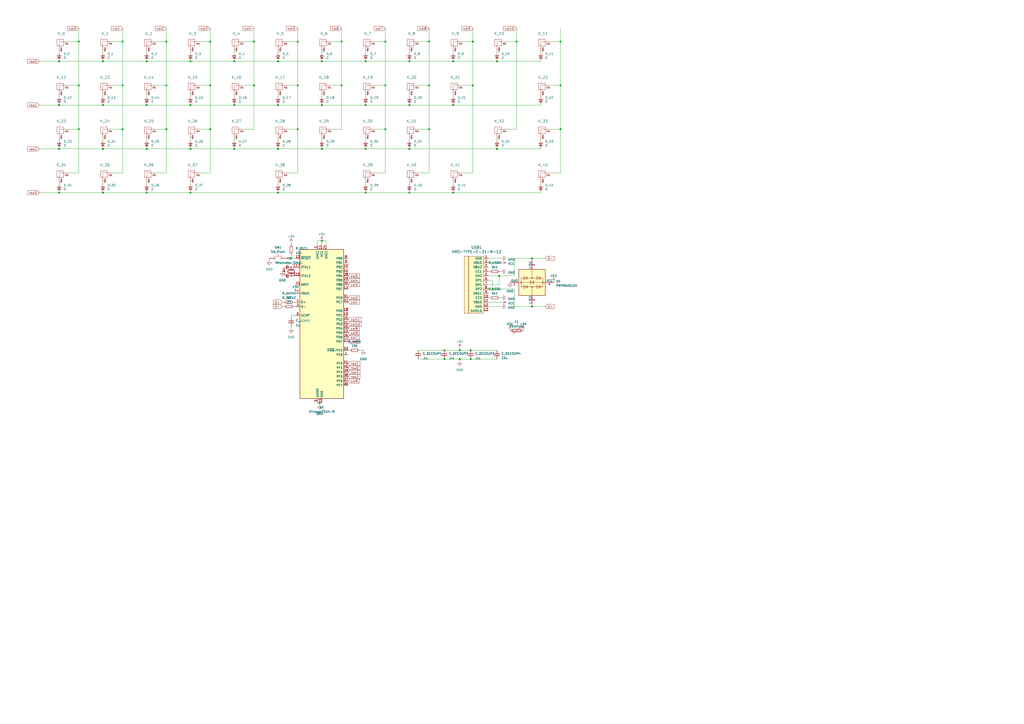
<source format=kicad_sch>
(kicad_sch (version 20210406) (generator eeschema)
  (paper "A2")
  (junction (at 34.29 35.56) (diameter 0.9144))
  (junction (at 34.29 60.96) (diameter 0.9144))
  (junction (at 34.29 86.36) (diameter 0.9144))
  (junction (at 34.29 111.76) (diameter 0.9144))
  (junction (at 45.72 24.13) (diameter 0.9144))
  (junction (at 45.72 49.53) (diameter 0.9144))
  (junction (at 45.72 74.93) (diameter 0.9144))
  (junction (at 59.69 35.56) (diameter 0.9144))
  (junction (at 59.69 60.96) (diameter 0.9144))
  (junction (at 59.69 86.36) (diameter 0.9144))
  (junction (at 59.69 111.76) (diameter 0.9144))
  (junction (at 71.12 24.13) (diameter 0.9144))
  (junction (at 71.12 49.53) (diameter 0.9144))
  (junction (at 71.12 74.93) (diameter 0.9144))
  (junction (at 85.09 35.56) (diameter 0.9144))
  (junction (at 85.09 60.96) (diameter 0.9144))
  (junction (at 85.09 86.36) (diameter 0.9144))
  (junction (at 85.09 111.76) (diameter 0.9144))
  (junction (at 96.52 24.13) (diameter 0.9144))
  (junction (at 96.52 49.53) (diameter 0.9144))
  (junction (at 96.52 74.93) (diameter 0.9144))
  (junction (at 110.49 35.56) (diameter 0.9144))
  (junction (at 110.49 60.96) (diameter 0.9144))
  (junction (at 110.49 86.36) (diameter 0.9144))
  (junction (at 110.49 111.76) (diameter 0.9144))
  (junction (at 121.92 24.13) (diameter 0.9144))
  (junction (at 121.92 49.53) (diameter 0.9144))
  (junction (at 121.92 74.93) (diameter 0.9144))
  (junction (at 135.89 35.56) (diameter 0.9144))
  (junction (at 135.89 60.96) (diameter 0.9144))
  (junction (at 135.89 86.36) (diameter 0.9144))
  (junction (at 147.32 24.13) (diameter 0.9144))
  (junction (at 147.32 49.53) (diameter 0.9144))
  (junction (at 161.29 35.56) (diameter 0.9144))
  (junction (at 161.29 60.96) (diameter 0.9144))
  (junction (at 161.29 86.36) (diameter 0.9144))
  (junction (at 161.29 111.76) (diameter 0.9144))
  (junction (at 168.91 149.86) (diameter 0.9144))
  (junction (at 172.72 24.13) (diameter 0.9144))
  (junction (at 172.72 49.53) (diameter 0.9144))
  (junction (at 172.72 74.93) (diameter 0.9144))
  (junction (at 185.42 233.68) (diameter 0.9144))
  (junction (at 186.69 35.56) (diameter 0.9144))
  (junction (at 186.69 60.96) (diameter 0.9144))
  (junction (at 186.69 86.36) (diameter 0.9144))
  (junction (at 186.69 139.7) (diameter 0.9144))
  (junction (at 198.12 24.13) (diameter 0.9144))
  (junction (at 198.12 49.53) (diameter 0.9144))
  (junction (at 212.09 35.56) (diameter 0.9144))
  (junction (at 212.09 60.96) (diameter 0.9144))
  (junction (at 212.09 86.36) (diameter 0.9144))
  (junction (at 212.09 111.76) (diameter 0.9144))
  (junction (at 223.52 24.13) (diameter 0.9144))
  (junction (at 223.52 49.53) (diameter 0.9144))
  (junction (at 223.52 74.93) (diameter 0.9144))
  (junction (at 237.49 35.56) (diameter 0.9144))
  (junction (at 237.49 60.96) (diameter 0.9144))
  (junction (at 237.49 86.36) (diameter 0.9144))
  (junction (at 237.49 111.76) (diameter 0.9144))
  (junction (at 248.92 24.13) (diameter 0.9144))
  (junction (at 248.92 49.53) (diameter 0.9144))
  (junction (at 248.92 74.93) (diameter 0.9144))
  (junction (at 257.81 203.2) (diameter 0.9144))
  (junction (at 257.81 208.28) (diameter 0.9144))
  (junction (at 262.89 35.56) (diameter 0.9144))
  (junction (at 262.89 60.96) (diameter 0.9144))
  (junction (at 262.89 111.76) (diameter 0.9144))
  (junction (at 266.7 203.2) (diameter 0.9144))
  (junction (at 266.7 208.28) (diameter 0.9144))
  (junction (at 273.05 203.2) (diameter 0.9144))
  (junction (at 273.05 208.28) (diameter 0.9144))
  (junction (at 274.32 24.13) (diameter 0.9144))
  (junction (at 274.32 49.53) (diameter 0.9144))
  (junction (at 285.75 167.64) (diameter 0.9144))
  (junction (at 288.29 35.56) (diameter 0.9144))
  (junction (at 288.29 86.36) (diameter 0.9144))
  (junction (at 289.56 160.02) (diameter 0.9144))
  (junction (at 299.72 24.13) (diameter 0.9144))
  (junction (at 308.61 149.86) (diameter 0.9144))
  (junction (at 308.61 177.8) (diameter 0.9144))
  (junction (at 325.12 24.13) (diameter 0.9144))
  (junction (at 325.12 49.53) (diameter 0.9144))
  (junction (at 325.12 74.93) (diameter 0.9144))
  (wire (pts (xy 22.86 35.56) (xy 34.29 35.56)))
  (wire (pts (xy 22.86 60.96) (xy 34.29 60.96)))
  (wire (pts (xy 22.86 86.36) (xy 34.29 86.36)))
  (wire (pts (xy 22.86 111.76) (xy 34.29 111.76)))
  (wire (pts (xy 34.29 29.21) (xy 34.29 30.48)))
  (wire (pts (xy 34.29 35.56) (xy 59.69 35.56)))
  (wire (pts (xy 34.29 54.61) (xy 34.29 55.88)))
  (wire (pts (xy 34.29 60.96) (xy 59.69 60.96)))
  (wire (pts (xy 34.29 80.01) (xy 34.29 81.28)))
  (wire (pts (xy 34.29 86.36) (xy 59.69 86.36)))
  (wire (pts (xy 34.29 105.41) (xy 34.29 106.68)))
  (wire (pts (xy 34.29 111.76) (xy 59.69 111.76)))
  (wire (pts (xy 39.37 24.13) (xy 45.72 24.13)))
  (wire (pts (xy 39.37 49.53) (xy 45.72 49.53)))
  (wire (pts (xy 39.37 74.93) (xy 45.72 74.93)))
  (wire (pts (xy 39.37 100.33) (xy 45.72 100.33)))
  (wire (pts (xy 45.72 16.51) (xy 45.72 24.13)))
  (wire (pts (xy 45.72 24.13) (xy 45.72 49.53)))
  (wire (pts (xy 45.72 74.93) (xy 45.72 49.53)))
  (wire (pts (xy 45.72 100.33) (xy 45.72 74.93)))
  (wire (pts (xy 59.69 29.21) (xy 59.69 30.48)))
  (wire (pts (xy 59.69 35.56) (xy 85.09 35.56)))
  (wire (pts (xy 59.69 54.61) (xy 59.69 55.88)))
  (wire (pts (xy 59.69 60.96) (xy 85.09 60.96)))
  (wire (pts (xy 59.69 80.01) (xy 59.69 81.28)))
  (wire (pts (xy 59.69 86.36) (xy 85.09 86.36)))
  (wire (pts (xy 59.69 105.41) (xy 59.69 106.68)))
  (wire (pts (xy 59.69 111.76) (xy 85.09 111.76)))
  (wire (pts (xy 64.77 24.13) (xy 71.12 24.13)))
  (wire (pts (xy 64.77 49.53) (xy 71.12 49.53)))
  (wire (pts (xy 64.77 74.93) (xy 71.12 74.93)))
  (wire (pts (xy 64.77 100.33) (xy 71.12 100.33)))
  (wire (pts (xy 71.12 16.51) (xy 71.12 24.13)))
  (wire (pts (xy 71.12 24.13) (xy 71.12 49.53)))
  (wire (pts (xy 71.12 74.93) (xy 71.12 49.53)))
  (wire (pts (xy 71.12 100.33) (xy 71.12 74.93)))
  (wire (pts (xy 85.09 29.21) (xy 85.09 30.48)))
  (wire (pts (xy 85.09 35.56) (xy 110.49 35.56)))
  (wire (pts (xy 85.09 54.61) (xy 85.09 55.88)))
  (wire (pts (xy 85.09 60.96) (xy 110.49 60.96)))
  (wire (pts (xy 85.09 80.01) (xy 85.09 81.28)))
  (wire (pts (xy 85.09 86.36) (xy 110.49 86.36)))
  (wire (pts (xy 85.09 105.41) (xy 85.09 106.68)))
  (wire (pts (xy 85.09 111.76) (xy 110.49 111.76)))
  (wire (pts (xy 90.17 24.13) (xy 96.52 24.13)))
  (wire (pts (xy 90.17 49.53) (xy 96.52 49.53)))
  (wire (pts (xy 90.17 74.93) (xy 96.52 74.93)))
  (wire (pts (xy 90.17 100.33) (xy 96.52 100.33)))
  (wire (pts (xy 96.52 16.51) (xy 96.52 24.13)))
  (wire (pts (xy 96.52 24.13) (xy 96.52 49.53)))
  (wire (pts (xy 96.52 74.93) (xy 96.52 49.53)))
  (wire (pts (xy 96.52 100.33) (xy 96.52 74.93)))
  (wire (pts (xy 110.49 29.21) (xy 110.49 30.48)))
  (wire (pts (xy 110.49 35.56) (xy 135.89 35.56)))
  (wire (pts (xy 110.49 54.61) (xy 110.49 55.88)))
  (wire (pts (xy 110.49 60.96) (xy 135.89 60.96)))
  (wire (pts (xy 110.49 80.01) (xy 110.49 81.28)))
  (wire (pts (xy 110.49 86.36) (xy 135.89 86.36)))
  (wire (pts (xy 110.49 105.41) (xy 110.49 106.68)))
  (wire (pts (xy 110.49 111.76) (xy 161.29 111.76)))
  (wire (pts (xy 115.57 24.13) (xy 121.92 24.13)))
  (wire (pts (xy 115.57 49.53) (xy 121.92 49.53)))
  (wire (pts (xy 115.57 74.93) (xy 121.92 74.93)))
  (wire (pts (xy 115.57 100.33) (xy 121.92 100.33)))
  (wire (pts (xy 121.92 16.51) (xy 121.92 24.13)))
  (wire (pts (xy 121.92 24.13) (xy 121.92 49.53)))
  (wire (pts (xy 121.92 74.93) (xy 121.92 49.53)))
  (wire (pts (xy 121.92 100.33) (xy 121.92 74.93)))
  (wire (pts (xy 135.89 29.21) (xy 135.89 30.48)))
  (wire (pts (xy 135.89 35.56) (xy 161.29 35.56)))
  (wire (pts (xy 135.89 54.61) (xy 135.89 55.88)))
  (wire (pts (xy 135.89 60.96) (xy 161.29 60.96)))
  (wire (pts (xy 135.89 80.01) (xy 135.89 81.28)))
  (wire (pts (xy 135.89 86.36) (xy 161.29 86.36)))
  (wire (pts (xy 140.97 24.13) (xy 147.32 24.13)))
  (wire (pts (xy 140.97 49.53) (xy 147.32 49.53)))
  (wire (pts (xy 140.97 74.93) (xy 147.32 74.93)))
  (wire (pts (xy 147.32 16.51) (xy 147.32 24.13)))
  (wire (pts (xy 147.32 24.13) (xy 147.32 49.53)))
  (wire (pts (xy 147.32 74.93) (xy 147.32 49.53)))
  (wire (pts (xy 156.21 149.86) (xy 156.21 151.13)))
  (wire (pts (xy 161.29 29.21) (xy 161.29 30.48)))
  (wire (pts (xy 161.29 35.56) (xy 186.69 35.56)))
  (wire (pts (xy 161.29 54.61) (xy 161.29 55.88)))
  (wire (pts (xy 161.29 60.96) (xy 186.69 60.96)))
  (wire (pts (xy 161.29 80.01) (xy 161.29 81.28)))
  (wire (pts (xy 161.29 86.36) (xy 186.69 86.36)))
  (wire (pts (xy 161.29 105.41) (xy 161.29 106.68)))
  (wire (pts (xy 161.29 111.76) (xy 212.09 111.76)))
  (wire (pts (xy 163.83 175.26) (xy 165.1 175.26)))
  (wire (pts (xy 163.83 177.8) (xy 165.1 177.8)))
  (wire (pts (xy 166.37 24.13) (xy 172.72 24.13)))
  (wire (pts (xy 166.37 49.53) (xy 172.72 49.53)))
  (wire (pts (xy 166.37 74.93) (xy 172.72 74.93)))
  (wire (pts (xy 166.37 100.33) (xy 172.72 100.33)))
  (wire (pts (xy 168.91 140.97) (xy 168.91 142.24)))
  (wire (pts (xy 168.91 147.32) (xy 168.91 149.86)))
  (wire (pts (xy 168.91 149.86) (xy 166.37 149.86)))
  (wire (pts (xy 168.91 149.86) (xy 171.45 149.86)))
  (wire (pts (xy 168.91 182.88) (xy 171.45 182.88)))
  (wire (pts (xy 168.91 184.15) (xy 168.91 182.88)))
  (wire (pts (xy 168.91 190.5) (xy 168.91 189.23)))
  (wire (pts (xy 170.18 175.26) (xy 171.45 175.26)))
  (wire (pts (xy 170.18 177.8) (xy 171.45 177.8)))
  (wire (pts (xy 172.72 16.51) (xy 172.72 24.13)))
  (wire (pts (xy 172.72 24.13) (xy 172.72 49.53)))
  (wire (pts (xy 172.72 74.93) (xy 172.72 49.53)))
  (wire (pts (xy 172.72 100.33) (xy 172.72 74.93)))
  (wire (pts (xy 184.15 139.7) (xy 186.69 139.7)))
  (wire (pts (xy 184.15 142.24) (xy 184.15 139.7)))
  (wire (pts (xy 184.15 233.68) (xy 185.42 233.68)))
  (wire (pts (xy 185.42 233.68) (xy 185.42 234.95)))
  (wire (pts (xy 185.42 233.68) (xy 186.69 233.68)))
  (wire (pts (xy 186.69 29.21) (xy 186.69 30.48)))
  (wire (pts (xy 186.69 35.56) (xy 212.09 35.56)))
  (wire (pts (xy 186.69 54.61) (xy 186.69 55.88)))
  (wire (pts (xy 186.69 60.96) (xy 212.09 60.96)))
  (wire (pts (xy 186.69 80.01) (xy 186.69 81.28)))
  (wire (pts (xy 186.69 86.36) (xy 212.09 86.36)))
  (wire (pts (xy 186.69 139.7) (xy 186.69 142.24)))
  (wire (pts (xy 186.69 139.7) (xy 189.23 139.7)))
  (wire (pts (xy 189.23 139.7) (xy 189.23 142.24)))
  (wire (pts (xy 191.77 24.13) (xy 198.12 24.13)))
  (wire (pts (xy 191.77 49.53) (xy 198.12 49.53)))
  (wire (pts (xy 191.77 74.93) (xy 198.12 74.93)))
  (wire (pts (xy 198.12 16.51) (xy 198.12 24.13)))
  (wire (pts (xy 198.12 24.13) (xy 198.12 49.53)))
  (wire (pts (xy 198.12 74.93) (xy 198.12 49.53)))
  (wire (pts (xy 201.93 203.2) (xy 203.2 203.2)))
  (wire (pts (xy 208.28 203.2) (xy 210.82 203.2)))
  (wire (pts (xy 212.09 29.21) (xy 212.09 30.48)))
  (wire (pts (xy 212.09 35.56) (xy 237.49 35.56)))
  (wire (pts (xy 212.09 54.61) (xy 212.09 55.88)))
  (wire (pts (xy 212.09 60.96) (xy 237.49 60.96)))
  (wire (pts (xy 212.09 80.01) (xy 212.09 81.28)))
  (wire (pts (xy 212.09 86.36) (xy 237.49 86.36)))
  (wire (pts (xy 212.09 105.41) (xy 212.09 106.68)))
  (wire (pts (xy 212.09 111.76) (xy 237.49 111.76)))
  (wire (pts (xy 217.17 24.13) (xy 223.52 24.13)))
  (wire (pts (xy 217.17 49.53) (xy 223.52 49.53)))
  (wire (pts (xy 217.17 74.93) (xy 223.52 74.93)))
  (wire (pts (xy 217.17 100.33) (xy 223.52 100.33)))
  (wire (pts (xy 223.52 16.51) (xy 223.52 24.13)))
  (wire (pts (xy 223.52 24.13) (xy 223.52 49.53)))
  (wire (pts (xy 223.52 74.93) (xy 223.52 49.53)))
  (wire (pts (xy 223.52 100.33) (xy 223.52 74.93)))
  (wire (pts (xy 237.49 29.21) (xy 237.49 30.48)))
  (wire (pts (xy 237.49 35.56) (xy 262.89 35.56)))
  (wire (pts (xy 237.49 54.61) (xy 237.49 55.88)))
  (wire (pts (xy 237.49 60.96) (xy 262.89 60.96)))
  (wire (pts (xy 237.49 80.01) (xy 237.49 81.28)))
  (wire (pts (xy 237.49 86.36) (xy 288.29 86.36)))
  (wire (pts (xy 237.49 105.41) (xy 237.49 106.68)))
  (wire (pts (xy 237.49 111.76) (xy 262.89 111.76)))
  (wire (pts (xy 242.57 24.13) (xy 248.92 24.13)))
  (wire (pts (xy 242.57 49.53) (xy 248.92 49.53)))
  (wire (pts (xy 242.57 74.93) (xy 248.92 74.93)))
  (wire (pts (xy 242.57 100.33) (xy 248.92 100.33)))
  (wire (pts (xy 242.57 203.2) (xy 257.81 203.2)))
  (wire (pts (xy 242.57 208.28) (xy 257.81 208.28)))
  (wire (pts (xy 248.92 16.51) (xy 248.92 24.13)))
  (wire (pts (xy 248.92 24.13) (xy 248.92 49.53)))
  (wire (pts (xy 248.92 74.93) (xy 248.92 49.53)))
  (wire (pts (xy 248.92 100.33) (xy 248.92 74.93)))
  (wire (pts (xy 257.81 203.2) (xy 266.7 203.2)))
  (wire (pts (xy 257.81 208.28) (xy 266.7 208.28)))
  (wire (pts (xy 262.89 29.21) (xy 262.89 30.48)))
  (wire (pts (xy 262.89 35.56) (xy 288.29 35.56)))
  (wire (pts (xy 262.89 54.61) (xy 262.89 55.88)))
  (wire (pts (xy 262.89 60.96) (xy 313.69 60.96)))
  (wire (pts (xy 262.89 105.41) (xy 262.89 106.68)))
  (wire (pts (xy 262.89 111.76) (xy 313.69 111.76)))
  (wire (pts (xy 266.7 201.93) (xy 266.7 203.2)))
  (wire (pts (xy 266.7 203.2) (xy 273.05 203.2)))
  (wire (pts (xy 266.7 208.28) (xy 266.7 209.55)))
  (wire (pts (xy 266.7 208.28) (xy 273.05 208.28)))
  (wire (pts (xy 267.97 24.13) (xy 274.32 24.13)))
  (wire (pts (xy 267.97 49.53) (xy 274.32 49.53)))
  (wire (pts (xy 267.97 100.33) (xy 274.32 100.33)))
  (wire (pts (xy 273.05 203.2) (xy 288.29 203.2)))
  (wire (pts (xy 273.05 208.28) (xy 288.29 208.28)))
  (wire (pts (xy 274.32 16.51) (xy 274.32 24.13)))
  (wire (pts (xy 274.32 24.13) (xy 274.32 49.53)))
  (wire (pts (xy 274.32 100.33) (xy 274.32 49.53)))
  (wire (pts (xy 283.21 149.86) (xy 290.83 149.86)))
  (wire (pts (xy 283.21 152.4) (xy 290.83 152.4)))
  (wire (pts (xy 283.21 157.48) (xy 284.48 157.48)))
  (wire (pts (xy 283.21 160.02) (xy 289.56 160.02)))
  (wire (pts (xy 283.21 162.56) (xy 285.75 162.56)))
  (wire (pts (xy 283.21 165.1) (xy 289.56 165.1)))
  (wire (pts (xy 283.21 172.72) (xy 284.48 172.72)))
  (wire (pts (xy 283.21 175.26) (xy 290.83 175.26)))
  (wire (pts (xy 283.21 177.8) (xy 290.83 177.8)))
  (wire (pts (xy 285.75 162.56) (xy 285.75 167.64)))
  (wire (pts (xy 285.75 167.64) (xy 283.21 167.64)))
  (wire (pts (xy 285.75 167.64) (xy 298.45 167.64)))
  (wire (pts (xy 288.29 29.21) (xy 288.29 30.48)))
  (wire (pts (xy 288.29 35.56) (xy 313.69 35.56)))
  (wire (pts (xy 288.29 80.01) (xy 288.29 81.28)))
  (wire (pts (xy 288.29 86.36) (xy 313.69 86.36)))
  (wire (pts (xy 289.56 157.48) (xy 290.83 157.48)))
  (wire (pts (xy 289.56 160.02) (xy 289.56 165.1)))
  (wire (pts (xy 289.56 160.02) (xy 298.45 160.02)))
  (wire (pts (xy 289.56 172.72) (xy 290.83 172.72)))
  (wire (pts (xy 293.37 24.13) (xy 299.72 24.13)))
  (wire (pts (xy 293.37 74.93) (xy 299.72 74.93)))
  (wire (pts (xy 298.45 149.86) (xy 308.61 149.86)))
  (wire (pts (xy 298.45 160.02) (xy 298.45 149.86)))
  (wire (pts (xy 298.45 167.64) (xy 298.45 177.8)))
  (wire (pts (xy 298.45 177.8) (xy 308.61 177.8)))
  (wire (pts (xy 299.72 16.51) (xy 299.72 24.13)))
  (wire (pts (xy 299.72 24.13) (xy 299.72 74.93)))
  (wire (pts (xy 308.61 149.86) (xy 308.61 151.13)))
  (wire (pts (xy 308.61 149.86) (xy 316.23 149.86)))
  (wire (pts (xy 308.61 176.53) (xy 308.61 177.8)))
  (wire (pts (xy 308.61 177.8) (xy 316.23 177.8)))
  (wire (pts (xy 313.69 29.21) (xy 313.69 30.48)))
  (wire (pts (xy 313.69 54.61) (xy 313.69 55.88)))
  (wire (pts (xy 313.69 80.01) (xy 313.69 81.28)))
  (wire (pts (xy 313.69 105.41) (xy 313.69 106.68)))
  (wire (pts (xy 318.77 24.13) (xy 325.12 24.13)))
  (wire (pts (xy 318.77 49.53) (xy 325.12 49.53)))
  (wire (pts (xy 318.77 74.93) (xy 325.12 74.93)))
  (wire (pts (xy 318.77 100.33) (xy 325.12 100.33)))
  (wire (pts (xy 325.12 16.51) (xy 325.12 24.13)))
  (wire (pts (xy 325.12 24.13) (xy 325.12 49.53)))
  (wire (pts (xy 325.12 74.93) (xy 325.12 49.53)))
  (wire (pts (xy 325.12 100.33) (xy 325.12 74.93)))
  (global_label "row0" (shape input) (at 22.86 35.56 180) (property "Intersheet References" "${INTERSHEET_REFS}" (effects hide)))
  (global_label "row1" (shape input) (at 22.86 60.96 180) (property "Intersheet References" "${INTERSHEET_REFS}" (effects hide)))
  (global_label "row2" (shape input) (at 22.86 86.36 180) (property "Intersheet References" "${INTERSHEET_REFS}" (effects hide)))
  (global_label "row3" (shape input) (at 22.86 111.76 180) (property "Intersheet References" "${INTERSHEET_REFS}" (effects hide)))
  (global_label "col0" (shape input) (at 45.72 16.51 180) (property "Intersheet References" "${INTERSHEET_REFS}" (effects hide)))
  (global_label "col1" (shape input) (at 71.12 16.51 180) (property "Intersheet References" "${INTERSHEET_REFS}" (effects hide)))
  (global_label "col2" (shape input) (at 96.52 16.51 180) (property "Intersheet References" "${INTERSHEET_REFS}" (effects hide)))
  (global_label "col3" (shape input) (at 121.92 16.51 180) (property "Intersheet References" "${INTERSHEET_REFS}" (effects hide)))
  (global_label "col4" (shape input) (at 147.32 16.51 180) (property "Intersheet References" "${INTERSHEET_REFS}" (effects hide)))
  (global_label "D+" (shape input) (at 163.83 175.26 180) (property "Intersheet References" "${INTERSHEET_REFS}" (effects hide)))
  (global_label "D-" (shape input) (at 163.83 177.8 180) (property "Intersheet References" "${INTERSHEET_REFS}" (effects hide)))
  (global_label "col5" (shape input) (at 172.72 16.51 180) (property "Intersheet References" "${INTERSHEET_REFS}" (effects hide)))
  (global_label "col6" (shape input) (at 198.12 16.51 180) (property "Intersheet References" "${INTERSHEET_REFS}" (effects hide)))
  (global_label "col5" (shape input) (at 201.93 160.02 0) (property "Intersheet References" "${INTERSHEET_REFS}" (effects hide)))
  (global_label "col4" (shape input) (at 201.93 162.56 0) (property "Intersheet References" "${INTERSHEET_REFS}" (effects hide)))
  (global_label "col3" (shape input) (at 201.93 165.1 0) (property "Intersheet References" "${INTERSHEET_REFS}" (effects hide)))
  (global_label "col2" (shape input) (at 201.93 172.72 0) (property "Intersheet References" "${INTERSHEET_REFS}" (effects hide)))
  (global_label "col1" (shape input) (at 201.93 175.26 0) (property "Intersheet References" "${INTERSHEET_REFS}" (effects hide)))
  (global_label "col11" (shape input) (at 201.93 185.42 0) (property "Intersheet References" "${INTERSHEET_REFS}" (effects hide)))
  (global_label "col10" (shape input) (at 201.93 187.96 0) (property "Intersheet References" "${INTERSHEET_REFS}" (effects hide)))
  (global_label "col8" (shape input) (at 201.93 190.5 0) (property "Intersheet References" "${INTERSHEET_REFS}" (effects hide)))
  (global_label "col9" (shape input) (at 201.93 193.04 0) (property "Intersheet References" "${INTERSHEET_REFS}" (effects hide)))
  (global_label "col7" (shape input) (at 201.93 195.58 0) (property "Intersheet References" "${INTERSHEET_REFS}" (effects hide)))
  (global_label "col6" (shape input) (at 201.93 198.12 0) (property "Intersheet References" "${INTERSHEET_REFS}" (effects hide)))
  (global_label "row1" (shape input) (at 201.93 210.82 0) (property "Intersheet References" "${INTERSHEET_REFS}" (effects hide)))
  (global_label "row0" (shape input) (at 201.93 213.36 0) (property "Intersheet References" "${INTERSHEET_REFS}" (effects hide)))
  (global_label "row3" (shape input) (at 201.93 215.9 0) (property "Intersheet References" "${INTERSHEET_REFS}" (effects hide)))
  (global_label "row2" (shape input) (at 201.93 218.44 0) (property "Intersheet References" "${INTERSHEET_REFS}" (effects hide)))
  (global_label "col0" (shape input) (at 201.93 220.98 0) (property "Intersheet References" "${INTERSHEET_REFS}" (effects hide)))
  (global_label "col7" (shape input) (at 223.52 16.51 180) (property "Intersheet References" "${INTERSHEET_REFS}" (effects hide)))
  (global_label "col8" (shape input) (at 248.92 16.51 180) (property "Intersheet References" "${INTERSHEET_REFS}" (effects hide)))
  (global_label "col9" (shape input) (at 274.32 16.51 180) (property "Intersheet References" "${INTERSHEET_REFS}" (effects hide)))
  (global_label "col10" (shape input) (at 299.72 16.51 180) (property "Intersheet References" "${INTERSHEET_REFS}" (effects hide)))
  (global_label "D-" (shape input) (at 316.23 149.86 0) (property "Intersheet References" "${INTERSHEET_REFS}" (effects hide)))
  (global_label "D+" (shape input) (at 316.23 177.8 0) (property "Intersheet References" "${INTERSHEET_REFS}" (effects hide)))
  (symbol (lib_id "power:+5V") (at 168.91 140.97 0) (unit 1)
    (property "Reference" "#PWR0107" (effects hide))
    (property "Value" "+5V" (at 168.91 137.16 0))
  )
  (symbol (lib_id "power:+5V") (at 171.45 170.18 0) (unit 1)
    (property "Reference" "#PWR0104" (effects hide))
    (property "Value" "+5V" (at 171.45 166.37 0))
  )
  (symbol (lib_id "power:+5V") (at 186.69 139.7 0) (unit 1)
    (property "Reference" "#PWR0101" (effects hide))
    (property "Value" "+5V" (at 186.69 135.89 0))
  )
  (symbol (lib_id "power:+5V") (at 266.7 201.93 0) (unit 1)
    (property "Reference" "#PWR0117" (effects hide))
    (property "Value" "+5V" (at 266.7 198.12 0))
  )
  (symbol (lib_id "power:VCC") (at 290.83 152.4 270) (unit 1)
    (property "Reference" "#PWR0110" (effects hide))
    (property "Value" "VCC" (at 294.64 153.0349 90) (effects (justify left)))
  )
  (symbol (lib_id "power:VCC") (at 290.83 175.26 270) (unit 1)
    (property "Reference" "#PWR0115" (effects hide))
    (property "Value" "VCC" (at 294.64 175.8949 90) (effects (justify left)))
  )
  (symbol (lib_id "power:VCC") (at 295.91 191.77 0) (unit 1)
    (property "Reference" "#PWR0119" (effects hide))
    (property "Value" "VCC" (at 295.91 187.96 0))
  )
  (symbol (lib_id "power:+5V") (at 303.53 191.77 0) (unit 1)
    (property "Reference" "#PWR0120" (effects hide))
    (property "Value" "+5V" (at 303.53 187.96 0))
  )
  (symbol (lib_id "power:VCC") (at 321.31 163.83 0) (unit 1)
    (property "Reference" "#PWR0111" (effects hide))
    (property "Value" "VCC" (at 321.31 160.02 0))
  )
  (symbol (lib_id "power:GND") (at 156.21 151.13 0) (unit 1)
    (property "Reference" "#PWR0105" (effects hide))
    (property "Value" "GND" (at 156.21 156.21 0))
  )
  (symbol (lib_id "power:GND") (at 163.83 157.48 0) (unit 1)
    (property "Reference" "#PWR0102" (effects hide))
    (property "Value" "GND" (at 163.83 162.56 0))
  )
  (symbol (lib_id "power:GND") (at 168.91 190.5 0) (unit 1)
    (property "Reference" "#PWR0103" (effects hide))
    (property "Value" "GND" (at 168.91 195.58 0))
  )
  (symbol (lib_id "power:GND") (at 185.42 234.95 0) (unit 1)
    (property "Reference" "#PWR0106" (effects hide))
    (property "Value" "GND" (at 185.42 240.03 0))
  )
  (symbol (lib_id "power:GND") (at 210.82 203.2 0) (unit 1)
    (property "Reference" "#PWR0108" (effects hide))
    (property "Value" "GND" (at 210.82 208.28 0))
  )
  (symbol (lib_id "power:GND") (at 266.7 209.55 0) (unit 1)
    (property "Reference" "#PWR0118" (effects hide))
    (property "Value" "GND" (at 266.7 214.63 0))
  )
  (symbol (lib_id "power:GND") (at 290.83 149.86 90) (unit 1)
    (property "Reference" "#PWR0109" (effects hide))
    (property "Value" "GND" (at 294.64 150.4949 90) (effects (justify right)))
  )
  (symbol (lib_id "power:GND") (at 290.83 157.48 90) (unit 1)
    (property "Reference" "#PWR0112" (effects hide))
    (property "Value" "GND" (at 294.64 158.1149 90) (effects (justify right)))
  )
  (symbol (lib_id "power:GND") (at 290.83 172.72 90) (unit 1)
    (property "Reference" "#PWR0113" (effects hide))
    (property "Value" "GND" (at 294.64 173.3549 90) (effects (justify right)))
  )
  (symbol (lib_id "power:GND") (at 290.83 177.8 90) (unit 1)
    (property "Reference" "#PWR0114" (effects hide))
    (property "Value" "GND" (at 294.64 178.4349 90) (effects (justify right)))
  )
  (symbol (lib_id "power:GND") (at 295.91 163.83 0) (unit 1)
    (property "Reference" "#PWR0116" (effects hide))
    (property "Value" "GND" (at 295.91 168.91 0))
  )
  (symbol (lib_id "Device:R_Small") (at 167.64 175.26 90) (unit 1)
    (property "Reference" "R_DATA1" (at 167.64 170.18 90))
    (property "Value" "22" (at 167.64 172.72 90))
    (property "Footprint" "Resistor_SMD:R_0402_1005Metric" (effects hide))
  )
  (symbol (lib_id "Device:R_Small") (at 167.64 177.8 270) (unit 1)
    (property "Reference" "R_DATA2" (at 167.64 172.72 90))
    (property "Value" "22" (at 167.64 175.26 90))
    (property "Footprint" "Resistor_SMD:R_0402_1005Metric" (effects hide))
  )
  (symbol (lib_id "Device:R_Small") (at 168.91 144.78 0) (unit 1)
    (property "Reference" "R_RST1" (at 171.45 144.1449 0) (effects (justify left)))
    (property "Value" "10k" (at 171.45 146.6849 0) (effects (justify left)))
    (property "Footprint" "Resistor_SMD:R_0402_1005Metric" (effects hide))
  )
  (symbol (lib_id "Device:R_Small") (at 205.74 203.2 90) (unit 1)
    (property "Reference" "R_HWB1" (at 205.74 198.12 90))
    (property "Value" "10k" (at 205.74 200.66 90))
    (property "Footprint" "Resistor_SMD:R_0402_1005Metric" (effects hide))
  )
  (symbol (lib_id "Device:R_Small") (at 287.02 157.48 90) (unit 1)
    (property "Reference" "R_USB2" (at 287.02 152.4 90))
    (property "Value" "5k1" (at 287.02 154.94 90))
    (property "Footprint" "Resistor_SMD:R_0402_1005Metric" (effects hide))
  )
  (symbol (lib_id "Device:R_Small") (at 287.02 172.72 90) (unit 1)
    (property "Reference" "R_USB1" (at 287.02 167.64 90))
    (property "Value" "5k1" (at 287.02 170.18 90))
    (property "Footprint" "Resistor_SMD:R_0402_1005Metric" (effects hide))
  )
  (symbol (lib_id "Device:D_Small") (at 34.29 33.02 90) (unit 1)
    (property "Reference" "D_0" (at 36.83 31.242 90) (effects (justify right)))
    (property "Value" "D" (at 36.83 33.528 90) (effects (justify right)))
    (property "Footprint" "Diode_SMD:D_SOD-123" (effects hide))
  )
  (symbol (lib_id "Device:D_Small") (at 34.29 58.42 90) (unit 1)
    (property "Reference" "D_12" (at 36.83 56.642 90) (effects (justify right)))
    (property "Value" "D" (at 36.83 58.928 90) (effects (justify right)))
    (property "Footprint" "Diode_SMD:D_SOD-123" (effects hide))
  )
  (symbol (lib_id "Device:D_Small") (at 34.29 83.82 90) (unit 1)
    (property "Reference" "D_23" (at 36.83 82.042 90) (effects (justify right)))
    (property "Value" "D" (at 36.83 84.328 90) (effects (justify right)))
    (property "Footprint" "Diode_SMD:D_SOD-123" (effects hide))
  )
  (symbol (lib_id "Device:D_Small") (at 34.29 109.22 90) (unit 1)
    (property "Reference" "D_34" (at 36.83 107.442 90) (effects (justify right)))
    (property "Value" "D" (at 36.83 109.728 90) (effects (justify right)))
    (property "Footprint" "Diode_SMD:D_SOD-123" (effects hide))
  )
  (symbol (lib_id "Device:D_Small") (at 59.69 33.02 90) (unit 1)
    (property "Reference" "D_1" (at 62.23 31.242 90) (effects (justify right)))
    (property "Value" "D" (at 62.23 33.528 90) (effects (justify right)))
    (property "Footprint" "Diode_SMD:D_SOD-123" (effects hide))
  )
  (symbol (lib_id "Device:D_Small") (at 59.69 58.42 90) (unit 1)
    (property "Reference" "D_13" (at 62.23 56.642 90) (effects (justify right)))
    (property "Value" "D" (at 62.23 58.928 90) (effects (justify right)))
    (property "Footprint" "Diode_SMD:D_SOD-123" (effects hide))
  )
  (symbol (lib_id "Device:D_Small") (at 59.69 83.82 90) (unit 1)
    (property "Reference" "D_24" (at 62.23 82.042 90) (effects (justify right)))
    (property "Value" "D" (at 62.23 84.328 90) (effects (justify right)))
    (property "Footprint" "Diode_SMD:D_SOD-123" (effects hide))
  )
  (symbol (lib_id "Device:D_Small") (at 59.69 109.22 90) (unit 1)
    (property "Reference" "D_35" (at 62.23 107.442 90) (effects (justify right)))
    (property "Value" "D" (at 62.23 109.728 90) (effects (justify right)))
    (property "Footprint" "Diode_SMD:D_SOD-123" (effects hide))
  )
  (symbol (lib_id "Device:D_Small") (at 85.09 33.02 90) (unit 1)
    (property "Reference" "D_2" (at 87.63 31.242 90) (effects (justify right)))
    (property "Value" "D" (at 87.63 33.528 90) (effects (justify right)))
    (property "Footprint" "Diode_SMD:D_SOD-123" (effects hide))
  )
  (symbol (lib_id "Device:D_Small") (at 85.09 58.42 90) (unit 1)
    (property "Reference" "D_14" (at 87.63 56.642 90) (effects (justify right)))
    (property "Value" "D" (at 87.63 58.928 90) (effects (justify right)))
    (property "Footprint" "Diode_SMD:D_SOD-123" (effects hide))
  )
  (symbol (lib_id "Device:D_Small") (at 85.09 83.82 90) (unit 1)
    (property "Reference" "D_25" (at 87.63 82.042 90) (effects (justify right)))
    (property "Value" "D" (at 87.63 84.328 90) (effects (justify right)))
    (property "Footprint" "Diode_SMD:D_SOD-123" (effects hide))
  )
  (symbol (lib_id "Device:D_Small") (at 85.09 109.22 90) (unit 1)
    (property "Reference" "D_36" (at 87.63 107.442 90) (effects (justify right)))
    (property "Value" "D" (at 87.63 109.728 90) (effects (justify right)))
    (property "Footprint" "Diode_SMD:D_SOD-123" (effects hide))
  )
  (symbol (lib_id "Device:D_Small") (at 110.49 33.02 90) (unit 1)
    (property "Reference" "D_3" (at 113.03 31.242 90) (effects (justify right)))
    (property "Value" "D" (at 113.03 33.528 90) (effects (justify right)))
    (property "Footprint" "Diode_SMD:D_SOD-123" (effects hide))
  )
  (symbol (lib_id "Device:D_Small") (at 110.49 58.42 90) (unit 1)
    (property "Reference" "D_15" (at 113.03 56.642 90) (effects (justify right)))
    (property "Value" "D" (at 113.03 58.928 90) (effects (justify right)))
    (property "Footprint" "Diode_SMD:D_SOD-123" (effects hide))
  )
  (symbol (lib_id "Device:D_Small") (at 110.49 83.82 90) (unit 1)
    (property "Reference" "D_26" (at 113.03 82.042 90) (effects (justify right)))
    (property "Value" "D" (at 113.03 84.328 90) (effects (justify right)))
    (property "Footprint" "Diode_SMD:D_SOD-123" (effects hide))
  )
  (symbol (lib_id "Device:D_Small") (at 110.49 109.22 90) (unit 1)
    (property "Reference" "D_37" (at 113.03 107.442 90) (effects (justify right)))
    (property "Value" "D" (at 113.03 109.728 90) (effects (justify right)))
    (property "Footprint" "Diode_SMD:D_SOD-123" (effects hide))
  )
  (symbol (lib_id "Device:D_Small") (at 135.89 33.02 90) (unit 1)
    (property "Reference" "D_4" (at 138.43 31.242 90) (effects (justify right)))
    (property "Value" "D" (at 138.43 33.528 90) (effects (justify right)))
    (property "Footprint" "Diode_SMD:D_SOD-123" (effects hide))
  )
  (symbol (lib_id "Device:D_Small") (at 135.89 58.42 90) (unit 1)
    (property "Reference" "D_16" (at 138.43 56.642 90) (effects (justify right)))
    (property "Value" "D" (at 138.43 58.928 90) (effects (justify right)))
    (property "Footprint" "Diode_SMD:D_SOD-123" (effects hide))
  )
  (symbol (lib_id "Device:D_Small") (at 135.89 83.82 90) (unit 1)
    (property "Reference" "D_27" (at 138.43 82.042 90) (effects (justify right)))
    (property "Value" "D" (at 138.43 84.328 90) (effects (justify right)))
    (property "Footprint" "Diode_SMD:D_SOD-123" (effects hide))
  )
  (symbol (lib_id "Device:D_Small") (at 161.29 33.02 90) (unit 1)
    (property "Reference" "D_5" (at 163.83 31.242 90) (effects (justify right)))
    (property "Value" "D" (at 163.83 33.528 90) (effects (justify right)))
    (property "Footprint" "Diode_SMD:D_SOD-123" (effects hide))
  )
  (symbol (lib_id "Device:D_Small") (at 161.29 58.42 90) (unit 1)
    (property "Reference" "D_17" (at 163.83 56.642 90) (effects (justify right)))
    (property "Value" "D" (at 163.83 58.928 90) (effects (justify right)))
    (property "Footprint" "Diode_SMD:D_SOD-123" (effects hide))
  )
  (symbol (lib_id "Device:D_Small") (at 161.29 83.82 90) (unit 1)
    (property "Reference" "D_28" (at 163.83 82.042 90) (effects (justify right)))
    (property "Value" "D" (at 163.83 84.328 90) (effects (justify right)))
    (property "Footprint" "Diode_SMD:D_SOD-123" (effects hide))
  )
  (symbol (lib_id "Device:D_Small") (at 161.29 109.22 90) (unit 1)
    (property "Reference" "D_38" (at 163.83 107.442 90) (effects (justify right)))
    (property "Value" "D" (at 163.83 109.728 90) (effects (justify right)))
    (property "Footprint" "Diode_SMD:D_SOD-123" (effects hide))
  )
  (symbol (lib_id "Device:D_Small") (at 186.69 33.02 90) (unit 1)
    (property "Reference" "D_6" (at 189.23 31.242 90) (effects (justify right)))
    (property "Value" "D" (at 189.23 33.528 90) (effects (justify right)))
    (property "Footprint" "Diode_SMD:D_SOD-123" (effects hide))
  )
  (symbol (lib_id "Device:D_Small") (at 186.69 58.42 90) (unit 1)
    (property "Reference" "D_18" (at 189.23 56.642 90) (effects (justify right)))
    (property "Value" "D" (at 189.23 58.928 90) (effects (justify right)))
    (property "Footprint" "Diode_SMD:D_SOD-123" (effects hide))
  )
  (symbol (lib_id "Device:D_Small") (at 186.69 83.82 90) (unit 1)
    (property "Reference" "D_29" (at 189.23 82.042 90) (effects (justify right)))
    (property "Value" "D" (at 189.23 84.328 90) (effects (justify right)))
    (property "Footprint" "Diode_SMD:D_SOD-123" (effects hide))
  )
  (symbol (lib_id "Device:D_Small") (at 212.09 33.02 90) (unit 1)
    (property "Reference" "D_7" (at 214.63 31.242 90) (effects (justify right)))
    (property "Value" "D" (at 214.63 33.528 90) (effects (justify right)))
    (property "Footprint" "Diode_SMD:D_SOD-123" (effects hide))
  )
  (symbol (lib_id "Device:D_Small") (at 212.09 58.42 90) (unit 1)
    (property "Reference" "D_19" (at 214.63 56.642 90) (effects (justify right)))
    (property "Value" "D" (at 214.63 58.928 90) (effects (justify right)))
    (property "Footprint" "Diode_SMD:D_SOD-123" (effects hide))
  )
  (symbol (lib_id "Device:D_Small") (at 212.09 83.82 90) (unit 1)
    (property "Reference" "D_30" (at 214.63 82.042 90) (effects (justify right)))
    (property "Value" "D" (at 214.63 84.328 90) (effects (justify right)))
    (property "Footprint" "Diode_SMD:D_SOD-123" (effects hide))
  )
  (symbol (lib_id "Device:D_Small") (at 212.09 109.22 90) (unit 1)
    (property "Reference" "D_39" (at 214.63 107.442 90) (effects (justify right)))
    (property "Value" "D" (at 214.63 109.728 90) (effects (justify right)))
    (property "Footprint" "Diode_SMD:D_SOD-123" (effects hide))
  )
  (symbol (lib_id "Device:D_Small") (at 237.49 33.02 90) (unit 1)
    (property "Reference" "D_8" (at 240.03 31.242 90) (effects (justify right)))
    (property "Value" "D" (at 240.03 33.528 90) (effects (justify right)))
    (property "Footprint" "Diode_SMD:D_SOD-123" (effects hide))
  )
  (symbol (lib_id "Device:D_Small") (at 237.49 58.42 90) (unit 1)
    (property "Reference" "D_20" (at 240.03 56.642 90) (effects (justify right)))
    (property "Value" "D" (at 240.03 58.928 90) (effects (justify right)))
    (property "Footprint" "Diode_SMD:D_SOD-123" (effects hide))
  )
  (symbol (lib_id "Device:D_Small") (at 237.49 83.82 90) (unit 1)
    (property "Reference" "D_31" (at 240.03 82.042 90) (effects (justify right)))
    (property "Value" "D" (at 240.03 84.328 90) (effects (justify right)))
    (property "Footprint" "Diode_SMD:D_SOD-123" (effects hide))
  )
  (symbol (lib_id "Device:D_Small") (at 237.49 109.22 90) (unit 1)
    (property "Reference" "D_40" (at 240.03 107.442 90) (effects (justify right)))
    (property "Value" "D" (at 240.03 109.728 90) (effects (justify right)))
    (property "Footprint" "Diode_SMD:D_SOD-123" (effects hide))
  )
  (symbol (lib_id "Device:D_Small") (at 262.89 33.02 90) (unit 1)
    (property "Reference" "D_9" (at 265.43 31.242 90) (effects (justify right)))
    (property "Value" "D" (at 265.43 33.528 90) (effects (justify right)))
    (property "Footprint" "Diode_SMD:D_SOD-123" (effects hide))
  )
  (symbol (lib_id "Device:D_Small") (at 262.89 58.42 90) (unit 1)
    (property "Reference" "D_21" (at 265.43 56.642 90) (effects (justify right)))
    (property "Value" "D" (at 265.43 58.928 90) (effects (justify right)))
    (property "Footprint" "Diode_SMD:D_SOD-123" (effects hide))
  )
  (symbol (lib_id "Device:D_Small") (at 262.89 109.22 90) (unit 1)
    (property "Reference" "D_41" (at 265.43 107.442 90) (effects (justify right)))
    (property "Value" "D" (at 265.43 109.728 90) (effects (justify right)))
    (property "Footprint" "Diode_SMD:D_SOD-123" (effects hide))
  )
  (symbol (lib_id "Device:D_Small") (at 288.29 33.02 90) (unit 1)
    (property "Reference" "D_10" (at 290.83 31.242 90) (effects (justify right)))
    (property "Value" "D" (at 290.83 33.528 90) (effects (justify right)))
    (property "Footprint" "Diode_SMD:D_SOD-123" (effects hide))
  )
  (symbol (lib_id "Device:D_Small") (at 288.29 83.82 90) (unit 1)
    (property "Reference" "D_32" (at 290.83 82.042 90) (effects (justify right)))
    (property "Value" "D" (at 290.83 84.328 90) (effects (justify right)))
    (property "Footprint" "Diode_SMD:D_SOD-123" (effects hide))
  )
  (symbol (lib_id "Device:D_Small") (at 313.69 33.02 90) (unit 1)
    (property "Reference" "D_11" (at 316.23 31.242 90) (effects (justify right)))
    (property "Value" "D" (at 316.23 33.528 90) (effects (justify right)))
    (property "Footprint" "Diode_SMD:D_SOD-123" (effects hide))
  )
  (symbol (lib_id "Device:D_Small") (at 313.69 58.42 90) (unit 1)
    (property "Reference" "D_22" (at 316.23 56.642 90) (effects (justify right)))
    (property "Value" "D" (at 316.23 58.928 90) (effects (justify right)))
    (property "Footprint" "Diode_SMD:D_SOD-123" (effects hide))
  )
  (symbol (lib_id "Device:D_Small") (at 313.69 83.82 90) (unit 1)
    (property "Reference" "D_33" (at 316.23 82.042 90) (effects (justify right)))
    (property "Value" "D" (at 316.23 84.328 90) (effects (justify right)))
    (property "Footprint" "Diode_SMD:D_SOD-123" (effects hide))
  )
  (symbol (lib_id "Device:D_Small") (at 313.69 109.22 90) (unit 1)
    (property "Reference" "D_42" (at 316.23 107.442 90) (effects (justify right)))
    (property "Value" "D" (at 316.23 109.728 90) (effects (justify right)))
    (property "Footprint" "Diode_SMD:D_SOD-123" (effects hide))
  )
  (symbol (lib_id "Device:C_Small") (at 168.91 186.69 0) (unit 1)
    (property "Reference" "C_UCAP1" (at 171.45 186.0549 0) (effects (justify left)))
    (property "Value" "1u" (at 171.45 188.5949 0) (effects (justify left)))
    (property "Footprint" "Capacitor_SMD:C_0402_1005Metric" (effects hide))
  )
  (symbol (lib_id "Device:C_Small") (at 242.57 205.74 0) (unit 1)
    (property "Reference" "C_DECOUP1" (at 245.11 205.1049 0) (effects (justify left)))
    (property "Value" ".1u" (at 245.11 207.6449 0) (effects (justify left)))
    (property "Footprint" "Capacitor_SMD:C_0402_1005Metric" (effects hide))
  )
  (symbol (lib_id "Device:C_Small") (at 257.81 205.74 0) (unit 1)
    (property "Reference" "C_DECOUP2" (at 260.35 205.1049 0) (effects (justify left)))
    (property "Value" ".1u" (at 260.35 207.6449 0) (effects (justify left)))
    (property "Footprint" "Capacitor_SMD:C_0402_1005Metric" (effects hide))
  )
  (symbol (lib_id "Device:C_Small") (at 273.05 205.74 0) (unit 1)
    (property "Reference" "C_DECOUP3" (at 275.59 205.1049 0) (effects (justify left)))
    (property "Value" ".1u" (at 275.59 207.6449 0) (effects (justify left)))
    (property "Footprint" "Capacitor_SMD:C_0402_1005Metric" (effects hide))
  )
  (symbol (lib_id "Device:C_Small") (at 288.29 205.74 0) (unit 1)
    (property "Reference" "C_DECOUP4" (at 290.83 205.1049 0) (effects (justify left)))
    (property "Value" "10u" (at 290.83 207.6449 0) (effects (justify left)))
    (property "Footprint" "Capacitor_SMD:C_0402_1005Metric" (effects hide))
  )
  (symbol (lib_id "Device:Polyfuse") (at 299.72 191.77 90) (unit 1)
    (property "Reference" "F1" (at 299.72 186.69 90))
    (property "Value" "Polyfuse" (at 299.72 189.23 90))
    (property "Footprint" "Components:Fuse_0805" (effects hide))
  )
  (symbol (lib_id "Switch:SW_Push") (at 161.29 149.86 0) (unit 1)
    (property "Reference" "SW1" (at 161.29 143.51 0))
    (property "Value" "SW_Push" (at 161.29 146.05 0))
    (property "Footprint" "Components:SKQG-1155865" (effects hide))
  )
  (symbol (lib_id "MX_Alps_Hybrid:MX-NoLED") (at 35.56 25.4 0) (unit 1)
    (property "Reference" "K_0" (at 35.56 19.4818 0) (effects (font (size 1.524 1.524))))
    (property "Value" "KEYSW" (effects hide))
    (property "Footprint" "MX_Alps_Hybrid:MX-1U-NoLED" (effects hide))
  )
  (symbol (lib_id "MX_Alps_Hybrid:MX-NoLED") (at 35.56 50.8 0) (unit 1)
    (property "Reference" "K_12" (at 35.56 44.8818 0) (effects (font (size 1.524 1.524))))
    (property "Value" "KEYSW" (effects hide))
    (property "Footprint" "MX_Alps_Hybrid:MX-1.25U-NoLED" (effects hide))
  )
  (symbol (lib_id "MX_Alps_Hybrid:MX-NoLED") (at 35.56 76.2 0) (unit 1)
    (property "Reference" "K_23" (at 35.56 70.2818 0) (effects (font (size 1.524 1.524))))
    (property "Value" "KEYSW" (effects hide))
    (property "Footprint" "MX_Alps_Hybrid:MX-1.75U-NoLED" (effects hide))
  )
  (symbol (lib_id "MX_Alps_Hybrid:MX-NoLED") (at 35.56 101.6 0) (unit 1)
    (property "Reference" "K_34" (at 35.56 95.6818 0) (effects (font (size 1.524 1.524))))
    (property "Value" "KEYSW" (effects hide))
    (property "Footprint" "MX_Alps_Hybrid:MX-1.5U-NoLED" (effects hide))
  )
  (symbol (lib_id "MX_Alps_Hybrid:MX-NoLED") (at 60.96 25.4 0) (unit 1)
    (property "Reference" "K_1" (at 60.96 19.4818 0) (effects (font (size 1.524 1.524))))
    (property "Value" "KEYSW" (effects hide))
    (property "Footprint" "MX_Alps_Hybrid:MX-1U-NoLED" (effects hide))
  )
  (symbol (lib_id "MX_Alps_Hybrid:MX-NoLED") (at 60.96 50.8 0) (unit 1)
    (property "Reference" "K_13" (at 60.96 44.8818 0) (effects (font (size 1.524 1.524))))
    (property "Value" "KEYSW" (effects hide))
    (property "Footprint" "MX_Alps_Hybrid:MX-1U-NoLED" (effects hide))
  )
  (symbol (lib_id "MX_Alps_Hybrid:MX-NoLED") (at 60.96 76.2 0) (unit 1)
    (property "Reference" "K_24" (at 60.96 70.2818 0) (effects (font (size 1.524 1.524))))
    (property "Value" "KEYSW" (effects hide))
    (property "Footprint" "MX_Alps_Hybrid:MX-1U-NoLED" (effects hide))
  )
  (symbol (lib_id "MX_Alps_Hybrid:MX-NoLED") (at 60.96 101.6 0) (unit 1)
    (property "Reference" "K_35" (at 60.96 95.6818 0) (effects (font (size 1.524 1.524))))
    (property "Value" "KEYSW" (effects hide))
    (property "Footprint" "MX_Alps_Hybrid:MX-1U-NoLED" (effects hide))
  )
  (symbol (lib_id "MX_Alps_Hybrid:MX-NoLED") (at 86.36 25.4 0) (unit 1)
    (property "Reference" "K_2" (at 86.36 19.4818 0) (effects (font (size 1.524 1.524))))
    (property "Value" "KEYSW" (effects hide))
    (property "Footprint" "MX_Alps_Hybrid:MX-1U-NoLED" (effects hide))
  )
  (symbol (lib_id "MX_Alps_Hybrid:MX-NoLED") (at 86.36 50.8 0) (unit 1)
    (property "Reference" "K_14" (at 86.36 44.8818 0) (effects (font (size 1.524 1.524))))
    (property "Value" "KEYSW" (effects hide))
    (property "Footprint" "MX_Alps_Hybrid:MX-1U-NoLED" (effects hide))
  )
  (symbol (lib_id "MX_Alps_Hybrid:MX-NoLED") (at 86.36 76.2 0) (unit 1)
    (property "Reference" "K_25" (at 86.36 70.2818 0) (effects (font (size 1.524 1.524))))
    (property "Value" "KEYSW" (effects hide))
    (property "Footprint" "MX_Alps_Hybrid:MX-1U-NoLED" (effects hide))
  )
  (symbol (lib_id "MX_Alps_Hybrid:MX-NoLED") (at 86.36 101.6 0) (unit 1)
    (property "Reference" "K_36" (at 86.36 95.6818 0) (effects (font (size 1.524 1.524))))
    (property "Value" "KEYSW" (effects hide))
    (property "Footprint" "MX_Alps_Hybrid:MX-1.5U-NoLED" (effects hide))
  )
  (symbol (lib_id "MX_Alps_Hybrid:MX-NoLED") (at 111.76 25.4 0) (unit 1)
    (property "Reference" "K_3" (at 111.76 19.4818 0) (effects (font (size 1.524 1.524))))
    (property "Value" "KEYSW" (effects hide))
    (property "Footprint" "MX_Alps_Hybrid:MX-1U-NoLED" (effects hide))
  )
  (symbol (lib_id "MX_Alps_Hybrid:MX-NoLED") (at 111.76 50.8 0) (unit 1)
    (property "Reference" "K_15" (at 111.76 44.8818 0) (effects (font (size 1.524 1.524))))
    (property "Value" "KEYSW" (effects hide))
    (property "Footprint" "MX_Alps_Hybrid:MX-1U-NoLED" (effects hide))
  )
  (symbol (lib_id "MX_Alps_Hybrid:MX-NoLED") (at 111.76 76.2 0) (unit 1)
    (property "Reference" "K_26" (at 111.76 70.2818 0) (effects (font (size 1.524 1.524))))
    (property "Value" "KEYSW" (effects hide))
    (property "Footprint" "MX_Alps_Hybrid:MX-1U-NoLED" (effects hide))
  )
  (symbol (lib_id "MX_Alps_Hybrid:MX-NoLED") (at 111.76 101.6 0) (unit 1)
    (property "Reference" "K_37" (at 111.76 95.6818 0) (effects (font (size 1.524 1.524))))
    (property "Value" "KEYSW" (effects hide))
    (property "Footprint" "MX_Alps_Hybrid:MX-1U-NoLED" (effects hide))
  )
  (symbol (lib_id "MX_Alps_Hybrid:MX-NoLED") (at 137.16 25.4 0) (unit 1)
    (property "Reference" "K_4" (at 137.16 19.4818 0) (effects (font (size 1.524 1.524))))
    (property "Value" "KEYSW" (effects hide))
    (property "Footprint" "MX_Alps_Hybrid:MX-1U-NoLED" (effects hide))
  )
  (symbol (lib_id "MX_Alps_Hybrid:MX-NoLED") (at 137.16 50.8 0) (unit 1)
    (property "Reference" "K_16" (at 137.16 44.8818 0) (effects (font (size 1.524 1.524))))
    (property "Value" "KEYSW" (effects hide))
    (property "Footprint" "MX_Alps_Hybrid:MX-1U-NoLED" (effects hide))
  )
  (symbol (lib_id "MX_Alps_Hybrid:MX-NoLED") (at 137.16 76.2 0) (unit 1)
    (property "Reference" "K_27" (at 137.16 70.2818 0) (effects (font (size 1.524 1.524))))
    (property "Value" "KEYSW" (effects hide))
    (property "Footprint" "MX_Alps_Hybrid:MX-1U-NoLED" (effects hide))
  )
  (symbol (lib_id "MX_Alps_Hybrid:MX-NoLED") (at 162.56 25.4 0) (unit 1)
    (property "Reference" "K_5" (at 162.56 19.4818 0) (effects (font (size 1.524 1.524))))
    (property "Value" "KEYSW" (effects hide))
    (property "Footprint" "MX_Alps_Hybrid:MX-1U-NoLED" (effects hide))
  )
  (symbol (lib_id "MX_Alps_Hybrid:MX-NoLED") (at 162.56 50.8 0) (unit 1)
    (property "Reference" "K_17" (at 162.56 44.8818 0) (effects (font (size 1.524 1.524))))
    (property "Value" "KEYSW" (effects hide))
    (property "Footprint" "MX_Alps_Hybrid:MX-1U-NoLED" (effects hide))
  )
  (symbol (lib_id "MX_Alps_Hybrid:MX-NoLED") (at 162.56 76.2 0) (unit 1)
    (property "Reference" "K_28" (at 162.56 70.2818 0) (effects (font (size 1.524 1.524))))
    (property "Value" "KEYSW" (effects hide))
    (property "Footprint" "MX_Alps_Hybrid:MX-1U-NoLED" (effects hide))
  )
  (symbol (lib_id "MX_Alps_Hybrid:MX-NoLED") (at 162.56 101.6 0) (unit 1)
    (property "Reference" "K_38" (at 162.56 95.6818 0) (effects (font (size 1.524 1.524))))
    (property "Value" "KEYSW" (effects hide))
    (property "Footprint" "MX_Alps_Hybrid:MX-2.75U-NoLED" (effects hide))
  )
  (symbol (lib_id "MX_Alps_Hybrid:MX-NoLED") (at 187.96 25.4 0) (unit 1)
    (property "Reference" "K_6" (at 187.96 19.4818 0) (effects (font (size 1.524 1.524))))
    (property "Value" "KEYSW" (effects hide))
    (property "Footprint" "MX_Alps_Hybrid:MX-1U-NoLED" (effects hide))
  )
  (symbol (lib_id "MX_Alps_Hybrid:MX-NoLED") (at 187.96 50.8 0) (unit 1)
    (property "Reference" "K_18" (at 187.96 44.8818 0) (effects (font (size 1.524 1.524))))
    (property "Value" "KEYSW" (effects hide))
    (property "Footprint" "MX_Alps_Hybrid:MX-1U-NoLED" (effects hide))
  )
  (symbol (lib_id "MX_Alps_Hybrid:MX-NoLED") (at 187.96 76.2 0) (unit 1)
    (property "Reference" "K_29" (at 187.96 70.2818 0) (effects (font (size 1.524 1.524))))
    (property "Value" "KEYSW" (effects hide))
    (property "Footprint" "MX_Alps_Hybrid:MX-1U-NoLED" (effects hide))
  )
  (symbol (lib_id "MX_Alps_Hybrid:MX-NoLED") (at 213.36 25.4 0) (unit 1)
    (property "Reference" "K_7" (at 213.36 19.4818 0) (effects (font (size 1.524 1.524))))
    (property "Value" "KEYSW" (effects hide))
    (property "Footprint" "MX_Alps_Hybrid:MX-1U-NoLED" (effects hide))
  )
  (symbol (lib_id "MX_Alps_Hybrid:MX-NoLED") (at 213.36 50.8 0) (unit 1)
    (property "Reference" "K_19" (at 213.36 44.8818 0) (effects (font (size 1.524 1.524))))
    (property "Value" "KEYSW" (effects hide))
    (property "Footprint" "MX_Alps_Hybrid:MX-1U-NoLED" (effects hide))
  )
  (symbol (lib_id "MX_Alps_Hybrid:MX-NoLED") (at 213.36 76.2 0) (unit 1)
    (property "Reference" "K_30" (at 213.36 70.2818 0) (effects (font (size 1.524 1.524))))
    (property "Value" "KEYSW" (effects hide))
    (property "Footprint" "MX_Alps_Hybrid:MX-1U-NoLED" (effects hide))
  )
  (symbol (lib_id "MX_Alps_Hybrid:MX-NoLED") (at 213.36 101.6 0) (unit 1)
    (property "Reference" "K_39" (at 213.36 95.6818 0) (effects (font (size 1.524 1.524))))
    (property "Value" "KEYSW" (effects hide))
    (property "Footprint" "MX_Alps_Hybrid:MX-1U-NoLED" (effects hide))
  )
  (symbol (lib_id "MX_Alps_Hybrid:MX-NoLED") (at 238.76 25.4 0) (unit 1)
    (property "Reference" "K_8" (at 238.76 19.4818 0) (effects (font (size 1.524 1.524))))
    (property "Value" "KEYSW" (effects hide))
    (property "Footprint" "MX_Alps_Hybrid:MX-1U-NoLED" (effects hide))
  )
  (symbol (lib_id "MX_Alps_Hybrid:MX-NoLED") (at 238.76 50.8 0) (unit 1)
    (property "Reference" "K_20" (at 238.76 44.8818 0) (effects (font (size 1.524 1.524))))
    (property "Value" "KEYSW" (effects hide))
    (property "Footprint" "MX_Alps_Hybrid:MX-1U-NoLED" (effects hide))
  )
  (symbol (lib_id "MX_Alps_Hybrid:MX-NoLED") (at 238.76 76.2 0) (unit 1)
    (property "Reference" "K_31" (at 238.76 70.2818 0) (effects (font (size 1.524 1.524))))
    (property "Value" "KEYSW" (effects hide))
    (property "Footprint" "MX_Alps_Hybrid:MX-1.25U-NoLED" (effects hide))
  )
  (symbol (lib_id "MX_Alps_Hybrid:MX-NoLED") (at 238.76 101.6 0) (unit 1)
    (property "Reference" "K_40" (at 238.76 95.6818 0) (effects (font (size 1.524 1.524))))
    (property "Value" "KEYSW" (effects hide))
    (property "Footprint" "MX_Alps_Hybrid:MX-1U-NoLED" (effects hide))
  )
  (symbol (lib_id "MX_Alps_Hybrid:MX-NoLED") (at 264.16 25.4 0) (unit 1)
    (property "Reference" "K_9" (at 264.16 19.4818 0) (effects (font (size 1.524 1.524))))
    (property "Value" "KEYSW" (effects hide))
    (property "Footprint" "MX_Alps_Hybrid:MX-1U-NoLED" (effects hide))
  )
  (symbol (lib_id "MX_Alps_Hybrid:MX-NoLED") (at 264.16 50.8 0) (unit 1)
    (property "Reference" "K_21" (at 264.16 44.8818 0) (effects (font (size 1.524 1.524))))
    (property "Value" "KEYSW" (effects hide))
    (property "Footprint" "MX_Alps_Hybrid:MX-1U-NoLED" (effects hide))
  )
  (symbol (lib_id "MX_Alps_Hybrid:MX-NoLED") (at 264.16 101.6 0) (unit 1)
    (property "Reference" "K_41" (at 264.16 95.6818 0) (effects (font (size 1.524 1.524))))
    (property "Value" "KEYSW" (effects hide))
    (property "Footprint" "MX_Alps_Hybrid:MX-1U-NoLED" (effects hide))
  )
  (symbol (lib_id "MX_Alps_Hybrid:MX-NoLED") (at 289.56 25.4 0) (unit 1)
    (property "Reference" "K_10" (at 289.56 19.4818 0) (effects (font (size 1.524 1.524))))
    (property "Value" "KEYSW" (effects hide))
    (property "Footprint" "MX_Alps_Hybrid:MX-1U-NoLED" (effects hide))
  )
  (symbol (lib_id "MX_Alps_Hybrid:MX-NoLED") (at 289.56 76.2 0) (unit 1)
    (property "Reference" "K_32" (at 289.56 70.2818 0) (effects (font (size 1.524 1.524))))
    (property "Value" "KEYSW" (effects hide))
    (property "Footprint" "MX_Alps_Hybrid:MX-1U-NoLED" (effects hide))
  )
  (symbol (lib_id "MX_Alps_Hybrid:MX-NoLED") (at 314.96 25.4 0) (unit 1)
    (property "Reference" "K_11" (at 314.96 19.4818 0) (effects (font (size 1.524 1.524))))
    (property "Value" "KEYSW" (effects hide))
    (property "Footprint" "MX_Alps_Hybrid:MX-1U-NoLED" (effects hide))
  )
  (symbol (lib_id "MX_Alps_Hybrid:MX-NoLED") (at 314.96 50.8 0) (unit 1)
    (property "Reference" "K_22" (at 314.96 44.8818 0) (effects (font (size 1.524 1.524))))
    (property "Value" "KEYSW" (effects hide))
    (property "Footprint" "MX_Alps_Hybrid:MX-1.75U-NoLED" (effects hide))
  )
  (symbol (lib_id "MX_Alps_Hybrid:MX-NoLED") (at 314.96 76.2 0) (unit 1)
    (property "Reference" "K_33" (at 314.96 70.2818 0) (effects (font (size 1.524 1.524))))
    (property "Value" "KEYSW" (effects hide))
    (property "Footprint" "MX_Alps_Hybrid:MX-1U-NoLED" (effects hide))
  )
  (symbol (lib_id "MX_Alps_Hybrid:MX-NoLED") (at 314.96 101.6 0) (unit 1)
    (property "Reference" "K_42" (at 314.96 95.6818 0) (effects (font (size 1.524 1.524))))
    (property "Value" "KEYSW" (effects hide))
    (property "Footprint" "MX_Alps_Hybrid:MX-1U-NoLED" (effects hide))
  )
  (symbol (lib_id "Device:Resonator_Small") (at 168.91 157.48 270) (unit 1)
    (property "Reference" "Y1" (at 167.64 149.86 90))
    (property "Value" "Resonator_Small" (at 167.64 152.4 90))
    (property "Footprint" "Crystal:Resonator_SMD_Murata_CSTxExxV-3Pin_3.0x1.1mm" (effects hide))
  )
  (symbol (lib_id "FMKC_Parts:HRO-TYPE-C-31-M-12") (at 280.67 163.83 0) (unit 1)
    (property "Reference" "USB1" (at 276.4155 143.51 0) (effects (font (size 1.524 1.524))))
    (property "Value" "HRO-TYPE-C-31-M-12" (at 276.4155 146.05 0) (effects (font (size 1.524 1.524))))
    (property "Footprint" "Components:HRO-TYPE-C-31-M-12-Assembly" (effects hide))
  )
  (symbol (lib_id "Power_Protection:PRTR5V0U2X") (at 308.61 163.83 270) (unit 1)
    (property "Reference" "D1" (at 322.58 163.1949 90) (effects (justify left)))
    (property "Value" "PRTR5V0U2X" (at 322.58 165.7349 90) (effects (justify left)))
    (property "Footprint" "Package_TO_SOT_SMD:SOT-143" (effects hide))
    (property "Datasheet" "https://assets.nexperia.com/documents/data-sheet/PRTR5V0U2X.pdf" (effects hide))
  )
  (symbol (lib_id "MCU_Microchip_ATmega:ATmega32U4-M") (at 186.69 187.96 0) (unit 1)
    (property "Reference" "U1" (at 186.69 236.22 0))
    (property "Value" "ATmega32U4-M" (at 186.69 238.76 0))
    (property "Footprint" "Package_DFN_QFN:QFN-44-1EP_7x7mm_P0.5mm_EP5.2x5.2mm" (effects hide))
    (property "Datasheet" "http://ww1.microchip.com/downloads/en/DeviceDoc/Atmel-7766-8-bit-AVR-ATmega16U4-32U4_Datasheet.pdf" (effects hide))
  )
)
</source>
